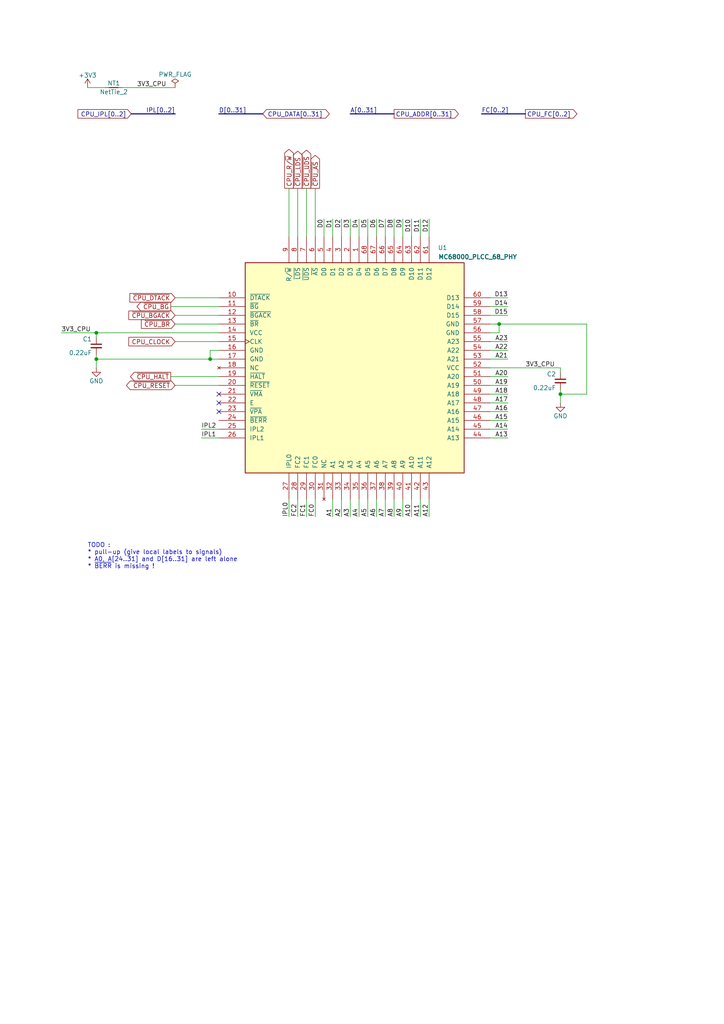
<source format=kicad_sch>
(kicad_sch (version 20230121) (generator eeschema)
  (paper "A4" portrait)
  (title_block (title "Ximera XMR1020 mainboard") (date "2025-07-22") (rev "Mk-0 draft") (company "Sporniket") (comment 3 "https://github.com/sporniket/ximera-xmr1020-mainboard-by-sporniket.git") (comment 4 "Original repository :"))
  (lib_symbols
    (symbol "Device:C_Small" (pin_numbers hide) (pin_names (offset 0.254) hide)
      (property "Reference" "C" (at 0.254 1.778 0))
      (property "Value" "C_Small" (at 0.254 -2.032 0))
      (symbol "C_Small_0_1"
        (polyline (pts (xy -1.524 -0.508) (xy 1.524 -0.508)) (stroke (width 0.3302)))
        (polyline (pts (xy -1.524 0.508) (xy 1.524 0.508)) (stroke (width 0.3048)))
      )
      (symbol "C_Small_1_1"
        (pin passive line (at 0 2.54 270) (length 2.032) (name "~") (number "1"))
        (pin passive line (at 0 -2.54 90) (length 2.032) (name "~") (number "2"))
      )
    )
    (symbol "Device:NetTie_2" (pin_numbers hide) (pin_names (offset 0) hide) (in_bom no)
      (property "Reference" "NT" (at 0 1.27 0))
      (property "Value" "NetTie_2" (at 0 -1.27 0))
      (symbol "NetTie_2_0_1"
        (polyline (pts (xy -1.27 0) (xy 1.27 0)) (stroke (width 0.254)))
      )
      (symbol "NetTie_2_1_1"
        (pin passive line (at -2.54 0 0) (length 2.54) (name "1") (number "1"))
        (pin passive line (at 2.54 0 180) (length 2.54) (name "2") (number "2"))
      )
    )
    (symbol "mc_68000_plcc68:MC68000_PLCC_68_PHY" (pin_names (offset 1.27))
      (property "Reference" "U" (at 24.13 35.56 0))
      (property "Value" "MC68000_PLCC_68_PHY" (at 24.13 33.02 0))
      (symbol "MC68000_PLCC_68_PHY_0_0"
        (rectangle (start -31.75 30.48) (end 31.75 -30.48) (stroke (width 0.254)) (fill (type background)))
        (pin bidirectional line (at 1.27 38.1 270) (length 7.62) (name "D4") (number "1"))
        (pin input line (at -39.37 20.32 0) (length 7.62) (name "~{DTACK}") (number "10"))
        (pin output line (at -39.37 17.78 0) (length 7.62) (name "~{BG}") (number "11"))
        (pin input line (at -39.37 15.24 0) (length 7.62) (name "~{BGACK}") (number "12"))
        (pin input line (at -39.37 12.7 0) (length 7.62) (name "~{BR}") (number "13"))
        (pin power_in line (at -39.37 10.16 0) (length 7.62) (name "VCC") (number "14"))
        (pin input clock (at -39.37 7.62 0) (length 7.62) (name "CLK") (number "15"))
        (pin power_in line (at -39.37 5.08 0) (length 7.62) (name "GND") (number "16"))
        (pin power_in line (at -39.37 2.54 0) (length 7.62) (name "GND") (number "17"))
        (pin no_connect line (at -39.37 0 0) (length 7.62) (name "NC") (number "18"))
        (pin bidirectional line (at -39.37 -2.54 0) (length 7.62) (name "~{HALT}") (number "19"))
        (pin bidirectional line (at -1.27 38.1 270) (length 7.62) (name "D3") (number "2"))
        (pin bidirectional line (at -39.37 -5.08 0) (length 7.62) (name "~{RESET}") (number "20"))
        (pin output line (at -39.37 -7.62 0) (length 7.62) (name "~{VMA}") (number "21"))
        (pin output line (at -39.37 -10.16 0) (length 7.62) (name "E") (number "22"))
        (pin input line (at -39.37 -12.7 0) (length 7.62) (name "~{VPA}") (number "23"))
        (pin input line (at -39.37 -15.24 0) (length 7.62) (name "~{BERR}") (number "24"))
        (pin input line (at -39.37 -17.78 0) (length 7.62) (name "IPL2") (number "25"))
        (pin input line (at -39.37 -20.32 0) (length 7.62) (name "IPL1") (number "26"))
        (pin input line (at -19.05 -38.1 90) (length 7.62) (name "IPL0") (number "27"))
        (pin tri_state line (at -16.51 -38.1 90) (length 7.62) (name "FC2") (number "28"))
        (pin tri_state line (at -13.97 -38.1 90) (length 7.62) (name "FC1") (number "29"))
        (pin bidirectional line (at -3.81 38.1 270) (length 7.62) (name "D2") (number "3"))
        (pin tri_state line (at -11.43 -38.1 90) (length 7.62) (name "FC0") (number "30"))
        (pin no_connect line (at -8.89 -38.1 90) (length 7.62) (name "NC") (number "31"))
        (pin output line (at -6.35 -38.1 90) (length 7.62) (name "A1") (number "32"))
        (pin output line (at -3.81 -38.1 90) (length 7.62) (name "A2") (number "33"))
        (pin output line (at -1.27 -38.1 90) (length 7.62) (name "A3") (number "34"))
        (pin output line (at 1.27 -38.1 90) (length 7.62) (name "A4") (number "35"))
        (pin output line (at 3.81 -38.1 90) (length 7.62) (name "A5") (number "36"))
        (pin output line (at 6.35 -38.1 90) (length 7.62) (name "A6") (number "37"))
        (pin output line (at 8.89 -38.1 90) (length 7.62) (name "A7") (number "38"))
        (pin output line (at 11.43 -38.1 90) (length 7.62) (name "A8") (number "39"))
        (pin bidirectional line (at -6.35 38.1 270) (length 7.62) (name "D1") (number "4"))
        (pin output line (at 13.97 -38.1 90) (length 7.62) (name "A9") (number "40"))
        (pin output line (at 16.51 -38.1 90) (length 7.62) (name "A10") (number "41"))
        (pin output line (at 19.05 -38.1 90) (length 7.62) (name "A11") (number "42"))
        (pin output line (at 21.59 -38.1 90) (length 7.62) (name "A12") (number "43"))
        (pin output line (at 39.37 -20.32 180) (length 7.62) (name "A13") (number "44"))
        (pin output line (at 39.37 -17.78 180) (length 7.62) (name "A14") (number "45"))
        (pin output line (at 39.37 -15.24 180) (length 7.62) (name "A15") (number "46"))
        (pin output line (at 39.37 -12.7 180) (length 7.62) (name "A16") (number "47"))
        (pin output line (at 39.37 -10.16 180) (length 7.62) (name "A17") (number "48"))
        (pin output line (at 39.37 -7.62 180) (length 7.62) (name "A18") (number "49"))
        (pin bidirectional line (at -8.89 38.1 270) (length 7.62) (name "D0") (number "5"))
        (pin output line (at 39.37 -5.08 180) (length 7.62) (name "A19") (number "50"))
        (pin output line (at 39.37 -2.54 180) (length 7.62) (name "A20") (number "51"))
        (pin power_in line (at 39.37 0 180) (length 7.62) (name "VCC") (number "52"))
        (pin output line (at 39.37 2.54 180) (length 7.62) (name "A21") (number "53"))
        (pin output line (at 39.37 5.08 180) (length 7.62) (name "A22") (number "54"))
        (pin output line (at 39.37 7.62 180) (length 7.62) (name "A23") (number "55"))
        (pin power_in line (at 39.37 10.16 180) (length 7.62) (name "GND") (number "56"))
        (pin power_in line (at 39.37 12.7 180) (length 7.62) (name "GND") (number "57"))
        (pin bidirectional line (at 39.37 15.24 180) (length 7.62) (name "D15") (number "58"))
        (pin bidirectional line (at 39.37 17.78 180) (length 7.62) (name "D14") (number "59"))
        (pin tri_state line (at -11.43 38.1 270) (length 7.62) (name "~{AS}") (number "6"))
        (pin bidirectional line (at 39.37 20.32 180) (length 7.62) (name "D13") (number "60"))
        (pin bidirectional line (at 21.59 38.1 270) (length 7.62) (name "D12") (number "61"))
        (pin bidirectional line (at 19.05 38.1 270) (length 7.62) (name "D11") (number "62"))
        (pin bidirectional line (at 16.51 38.1 270) (length 7.62) (name "D10") (number "63"))
        (pin bidirectional line (at 13.97 38.1 270) (length 7.62) (name "D9") (number "64"))
        (pin bidirectional line (at 11.43 38.1 270) (length 7.62) (name "D8") (number "65"))
        (pin bidirectional line (at 8.89 38.1 270) (length 7.62) (name "D7") (number "66"))
        (pin bidirectional line (at 6.35 38.1 270) (length 7.62) (name "D6") (number "67"))
        (pin bidirectional line (at 3.81 38.1 270) (length 7.62) (name "D5") (number "68"))
        (pin tri_state line (at -13.97 38.1 270) (length 7.62) (name "~{UDS}") (number "7"))
        (pin tri_state line (at -16.51 38.1 270) (length 7.62) (name "~{LDS}") (number "8"))
        (pin tri_state line (at -19.05 38.1 270) (length 7.62) (name "R/~{W}") (number "9"))
      )
    )
    (symbol "power:+3V3" (power) (pin_names (offset 0))
      (property "Value" "+3V3" (at 0 3.556 0))
      (symbol "+3V3_0_1"
        (polyline (pts (xy -0.762 1.27) (xy 0 2.54)))
        (polyline (pts (xy 0 0) (xy 0 2.54)))
        (polyline (pts (xy 0 2.54) (xy 0.762 1.27)))
      )
      (symbol "+3V3_1_1"
        (pin power_in line (at 0 0 90) (length 0) hide (name "+3V3") (number "1"))
      )
    )
    (symbol "power:GND" (power) (pin_names (offset 0))
      (property "Value" "GND" (at 0 -3.81 0))
      (symbol "GND_0_1"
        (polyline (pts (xy 0 0) (xy 0 -1.27) (xy 1.27 -1.27) (xy 0 -2.54) (xy -1.27 -1.27) (xy 0 -1.27)))
      )
      (symbol "GND_1_1"
        (pin power_in line (at 0 0 270) (length 0) hide (name "GND") (number "1"))
      )
    )
    (symbol "power:PWR_FLAG" (power) (pin_numbers hide) (pin_names (offset 0) hide)
      (property "Value" "PWR_FLAG" (at 0 3.81 0))
      (symbol "PWR_FLAG_0_0"
        (pin power_out line (at 0 0 90) (length 0) (name "pwr") (number "1"))
      )
      (symbol "PWR_FLAG_0_1"
        (polyline (pts (xy 0 0) (xy 0 1.27) (xy -1.016 1.905) (xy 0 2.54) (xy 1.016 1.905) (xy 0 1.27)))
      )
    )
  )
  (junction (at 27.94 96.52))
  (junction (at 144.78 93.98))
  (junction (at 27.94 104.14))
  (junction (at 162.56 114.3))
  (junction (at 60.96 104.14))
  (no_connect (at 63.5 114.3))
  (no_connect (at 63.5 119.38))
  (no_connect (at 63.5 116.84))
  (wire (pts (xy 58.42 124.46) (xy 63.5 124.46)))
  (wire (pts (xy 27.94 104.14) (xy 60.96 104.14)))
  (wire (pts (xy 96.52 63.5) (xy 96.52 68.58)))
  (wire (pts (xy 142.24 101.6) (xy 147.32 101.6)))
  (wire (pts (xy 63.5 101.6) (xy 60.96 101.6)))
  (wire (pts (xy 50.8 93.98) (xy 63.5 93.98)))
  (wire (pts (xy 142.24 109.22) (xy 147.32 109.22)))
  (wire (pts (xy 104.14 149.86) (xy 104.14 144.78)))
  (wire (pts (xy 162.56 114.3) (xy 162.56 116.84)))
  (wire (pts (xy 101.6 149.86) (xy 101.6 144.78)))
  (wire (pts (xy 116.84 149.86) (xy 116.84 144.78)))
  (wire (pts (xy 99.06 63.5) (xy 99.06 68.58)))
  (wire (pts (xy 142.24 121.92) (xy 147.32 121.92)))
  (wire (pts (xy 58.42 127) (xy 63.5 127)))
  (wire (pts (xy 106.68 149.86) (xy 106.68 144.78)))
  (wire (pts (xy 144.78 96.52) (xy 144.78 93.98)))
  (wire (pts (xy 162.56 106.68) (xy 162.56 107.95)))
  (wire (pts (xy 104.14 63.5) (xy 104.14 68.58)))
  (bus (pts (xy 63.5 33.02) (xy 76.2 33.02)))
  (wire (pts (xy 27.94 96.52) (xy 63.5 96.52)))
  (wire (pts (xy 170.18 114.3) (xy 162.56 114.3)))
  (wire (pts (xy 96.52 149.86) (xy 96.52 144.78)))
  (wire (pts (xy 27.94 102.87) (xy 27.94 104.14)))
  (wire (pts (xy 99.06 149.86) (xy 99.06 144.78)))
  (wire (pts (xy 106.68 63.5) (xy 106.68 68.58)))
  (wire (pts (xy 83.82 149.86) (xy 83.82 144.78)))
  (wire (pts (xy 116.84 63.5) (xy 116.84 68.58)))
  (wire (pts (xy 142.24 88.9) (xy 147.32 88.9)))
  (wire (pts (xy 91.44 54.61) (xy 91.44 68.58)))
  (wire (pts (xy 142.24 104.14) (xy 147.32 104.14)))
  (wire (pts (xy 142.24 116.84) (xy 147.32 116.84)))
  (wire (pts (xy 60.96 104.14) (xy 63.5 104.14)))
  (wire (pts (xy 114.3 63.5) (xy 114.3 68.58)))
  (wire (pts (xy 50.8 99.06) (xy 63.5 99.06)))
  (wire (pts (xy 109.22 63.5) (xy 109.22 68.58)))
  (bus (pts (xy 139.7 33.02) (xy 152.4 33.02)))
  (wire (pts (xy 27.94 106.68) (xy 27.94 104.14)))
  (bus (pts (xy 101.6 33.02) (xy 114.3 33.02)))
  (wire (pts (xy 121.92 63.5) (xy 121.92 68.58)))
  (wire (pts (xy 142.24 114.3) (xy 147.32 114.3)))
  (wire (pts (xy 119.38 63.5) (xy 119.38 68.58)))
  (wire (pts (xy 142.24 119.38) (xy 147.32 119.38)))
  (wire (pts (xy 60.96 101.6) (xy 60.96 104.14)))
  (wire (pts (xy 142.24 86.36) (xy 147.32 86.36)))
  (wire (pts (xy 142.24 111.76) (xy 147.32 111.76)))
  (wire (pts (xy 142.24 127) (xy 147.32 127)))
  (wire (pts (xy 121.92 149.86) (xy 121.92 144.78)))
  (wire (pts (xy 86.36 54.61) (xy 86.36 68.58)))
  (wire (pts (xy 17.78 96.52) (xy 27.94 96.52)))
  (wire (pts (xy 50.8 86.36) (xy 63.5 86.36)))
  (wire (pts (xy 88.9 149.86) (xy 88.9 144.78)))
  (wire (pts (xy 142.24 106.68) (xy 162.56 106.68)))
  (wire (pts (xy 101.6 63.5) (xy 101.6 68.58)))
  (wire (pts (xy 109.22 149.86) (xy 109.22 144.78)))
  (wire (pts (xy 119.38 149.86) (xy 119.38 144.78)))
  (wire (pts (xy 162.56 113.03) (xy 162.56 114.3)))
  (wire (pts (xy 50.8 111.76) (xy 63.5 111.76)))
  (wire (pts (xy 144.78 93.98) (xy 170.18 93.98)))
  (wire (pts (xy 142.24 124.46) (xy 147.32 124.46)))
  (wire (pts (xy 93.98 63.5) (xy 93.98 68.58)))
  (wire (pts (xy 83.82 54.61) (xy 83.82 68.58)))
  (wire (pts (xy 50.8 91.44) (xy 63.5 91.44)))
  (wire (pts (xy 124.46 149.86) (xy 124.46 144.78)))
  (wire (pts (xy 111.76 63.5) (xy 111.76 68.58)))
  (wire (pts (xy 88.9 54.61) (xy 88.9 68.58)))
  (wire (pts (xy 142.24 96.52) (xy 144.78 96.52)))
  (wire (pts (xy 27.94 96.52) (xy 27.94 97.79)))
  (wire (pts (xy 25.4 25.4) (xy 30.48 25.4)))
  (wire (pts (xy 142.24 93.98) (xy 144.78 93.98)))
  (wire (pts (xy 111.76 149.86) (xy 111.76 144.78)))
  (wire (pts (xy 49.53 88.9) (xy 63.5 88.9)))
  (wire (pts (xy 124.46 63.5) (xy 124.46 68.58)))
  (wire (pts (xy 142.24 99.06) (xy 147.32 99.06)))
  (wire (pts (xy 170.18 93.98) (xy 170.18 114.3)))
  (wire (pts (xy 91.44 149.86) (xy 91.44 144.78)))
  (wire (pts (xy 114.3 149.86) (xy 114.3 144.78)))
  (wire (pts (xy 35.56 25.4) (xy 50.8 25.4)))
  (wire (pts (xy 86.36 149.86) (xy 86.36 144.78)))
  (bus (pts (xy 50.8 33.02) (xy 38.1 33.02)))
  (wire (pts (xy 142.24 91.44) (xy 147.32 91.44)))
  (wire (pts (xy 49.53 109.22) (xy 63.5 109.22)))
  (text "TODO : \n* pull-up (give local labels to signals)\n* A0, A[24..31] and D[16..31] are left alone\n* ~{BERR} is missing !" (at 25.4 165.1 0) (effects (font (size 1.27 1.27)) (justify left bottom)))
  (label "A23" (at 147.32 99.06 180))
  (label "D11" (at 121.92 63.5 270))
  (label "D13" (at 147.32 86.36 180))
  (label "D0" (at 93.98 63.5 270))
  (label "A18" (at 147.32 114.3 180))
  (label "3V3_CPU" (at 48.26 25.4 180))
  (label "A14" (at 147.32 124.46 180))
  (label "A15" (at 147.32 121.92 180))
  (label "A16" (at 147.32 119.38 180))
  (label "D9" (at 116.84 63.5 270))
  (label "A1" (at 96.52 149.86 90))
  (label "D5" (at 106.68 63.5 270))
  (label "IPL2" (at 58.42 124.46 0))
  (label "D8" (at 114.3 63.5 270))
  (label "IPL[0..2]" (at 50.8 33.02 180))
  (label "3V3_CPU" (at 152.4 106.68 0))
  (label "A10" (at 119.38 149.86 90))
  (label "A8" (at 114.3 149.86 90))
  (label "IPL0" (at 83.82 149.86 90))
  (label "FC0" (at 91.44 149.86 90))
  (label "D10" (at 119.38 63.5 270))
  (label "A9" (at 116.84 149.86 90))
  (label "D14" (at 147.32 88.9 180))
  (label "A6" (at 109.22 149.86 90))
  (label "3V3_CPU" (at 17.78 96.52 0))
  (label "A5" (at 106.68 149.86 90))
  (label "D15" (at 147.32 91.44 180))
  (label "D2" (at 99.06 63.5 270))
  (label "A17" (at 147.32 116.84 180))
  (label "A4" (at 104.14 149.86 90))
  (label "A2" (at 99.06 149.86 90))
  (label "FC1" (at 88.9 149.86 90))
  (label "D3" (at 101.6 63.5 270))
  (label "A12" (at 124.46 149.86 90))
  (label "IPL1" (at 58.42 127 0))
  (label "A20" (at 147.32 109.22 180))
  (label "A21" (at 147.32 104.14 180))
  (label "A22" (at 147.32 101.6 180))
  (label "FC2" (at 86.36 149.86 90))
  (label "A7" (at 111.76 149.86 90))
  (label "D12" (at 124.46 63.5 270))
  (label "D1" (at 96.52 63.5 270))
  (label "A3" (at 101.6 149.86 90))
  (label "D4" (at 104.14 63.5 270))
  (label "D7" (at 111.76 63.5 270))
  (label "D6" (at 109.22 63.5 270))
  (label "A13" (at 147.32 127 180))
  (label "FC[0..2]" (at 139.7 33.02 0))
  (label "A[0..31]" (at 101.6 33.02 0))
  (label "A11" (at 121.92 149.86 90))
  (label "A19" (at 147.32 111.76 180))
  (label "D[0..31]" (at 63.5 33.02 0))
  (global_label "CPU_FC[0..2]" (shape output) (at 152.4 33.02 0) (property "Intersheetrefs" "${INTERSHEET_REFS}" (effects hide)))
  (global_label "~{CPU_LDS}" (shape output) (at 86.36 54.61 90) (property "Intersheetrefs" "${INTERSHEET_REFS}" (effects hide)))
  (global_label "CPU_R{slash}~{W}" (shape output) (at 83.82 54.61 90) (property "Intersheetrefs" "${INTERSHEET_REFS}" (effects hide)))
  (global_label "~{CPU_BGACK}" (shape input) (at 50.8 91.44 180) (property "Intersheetrefs" "${INTERSHEET_REFS}" (effects hide)))
  (global_label "CPU_DATA[0..31]" (shape bidirectional) (at 76.2 33.02 0) (property "Intersheetrefs" "${INTERSHEET_REFS}" (effects hide)))
  (global_label "~{CPU_BG}" (shape output) (at 49.53 88.9 180) (property "Intersheetrefs" "${INTERSHEET_REFS}" (effects hide)))
  (global_label "~{CPU_HALT}" (shape output) (at 49.53 109.22 180) (property "Intersheetrefs" "${INTERSHEET_REFS}" (effects hide)))
  (global_label "CPU_ADDR[0..31]" (shape output) (at 114.3 33.02 0) (property "Intersheetrefs" "${INTERSHEET_REFS}" (effects hide)))
  (global_label "~{CPU_UDS}" (shape output) (at 88.9 54.61 90) (property "Intersheetrefs" "${INTERSHEET_REFS}" (effects hide)))
  (global_label "CPU_CLOCK" (shape input) (at 50.8 99.06 180) (property "Intersheetrefs" "${INTERSHEET_REFS}" (effects hide)))
  (global_label "CPU_IPL[0..2]" (shape input) (at 38.1 33.02 180) (property "Intersheetrefs" "${INTERSHEET_REFS}" (effects hide)))
  (global_label "~{CPU_AS}" (shape output) (at 91.44 54.61 90) (property "Intersheetrefs" "${INTERSHEET_REFS}" (effects hide)))
  (global_label "~{CPU_BR}" (shape input) (at 50.8 93.98 180) (property "Intersheetrefs" "${INTERSHEET_REFS}" (effects hide)))
  (global_label "~{CPU_DTACK}" (shape input) (at 50.8 86.36 180) (property "Intersheetrefs" "${INTERSHEET_REFS}" (effects hide)))
  (global_label "~{CPU_RESET}" (shape bidirectional) (at 50.8 111.76 180) (property "Intersheetrefs" "${INTERSHEET_REFS}" (effects hide)))
  (symbol (lib_id "Device:C_Small") (at 162.56 110.49 0) (unit 1)
    (property "Reference" "C2" (at 161.29 109.22 0) (effects (justify right bottom)))
    (property "Value" "0.22uF" (at 161.29 111.76 0) (effects (justify right top)))
  )
  (symbol (lib_id "power:+3V3") (at 25.4 25.4 0) (unit 1)
    (property "Reference" "#PWR01" (effects hide))
    (property "Value" "+3V3" (at 25.4 21.844 0))
  )
  (symbol (lib_id "power:GND") (at 162.56 116.84 0) (unit 1)
    (property "Reference" "#PWR03" (effects hide))
    (property "Value" "GND" (at 162.56 120.65 0))
  )
  (symbol (lib_id "Device:C_Small") (at 27.94 100.33 0) (unit 1)
    (property "Reference" "C1" (at 26.67 99.06 0) (effects (justify right bottom)))
    (property "Value" "0.22uF" (at 26.67 101.6 0) (effects (justify right top)))
  )
  (symbol (lib_id "mc_68000_plcc68:MC68000_PLCC_68_PHY") (at 102.87 106.68 0) (unit 1)
    (property "Reference" "U1" (at 127 71.12 0) (effects (justify left top)))
    (property "Value" "MC68000_PLCC_68_PHY" (at 127 73.66 0) (effects (font bold) (justify left top)))
    (property "Footprint" "Package_LCC:PLCC-68_THT-Socket" (effects hide))
    (property "Datasheet" "https://www.nxp.com/docs/en/reference-manual/MC68000UM.pdf" (effects hide))
  )
  (symbol (lib_id "power:GND") (at 27.94 106.68 0) (unit 1)
    (property "Reference" "#PWR02" (effects hide))
    (property "Value" "GND" (at 27.94 110.49 0))
  )
  (symbol (lib_id "power:PWR_FLAG") (at 50.8 25.4 0) (unit 1)
    (property "Reference" "#FLG01" (effects hide))
    (property "Value" "PWR_FLAG" (at 50.8 21.59 0))
  )
  (symbol (lib_id "Device:NetTie_2") (at 33.02 25.4 0) (unit 1) (in_bom no)
    (property "Reference" "NT1" (at 33.02 24.13 0))
    (property "Value" "NetTie_2" (at 33.02 26.67 0))
  )
)
</source>
